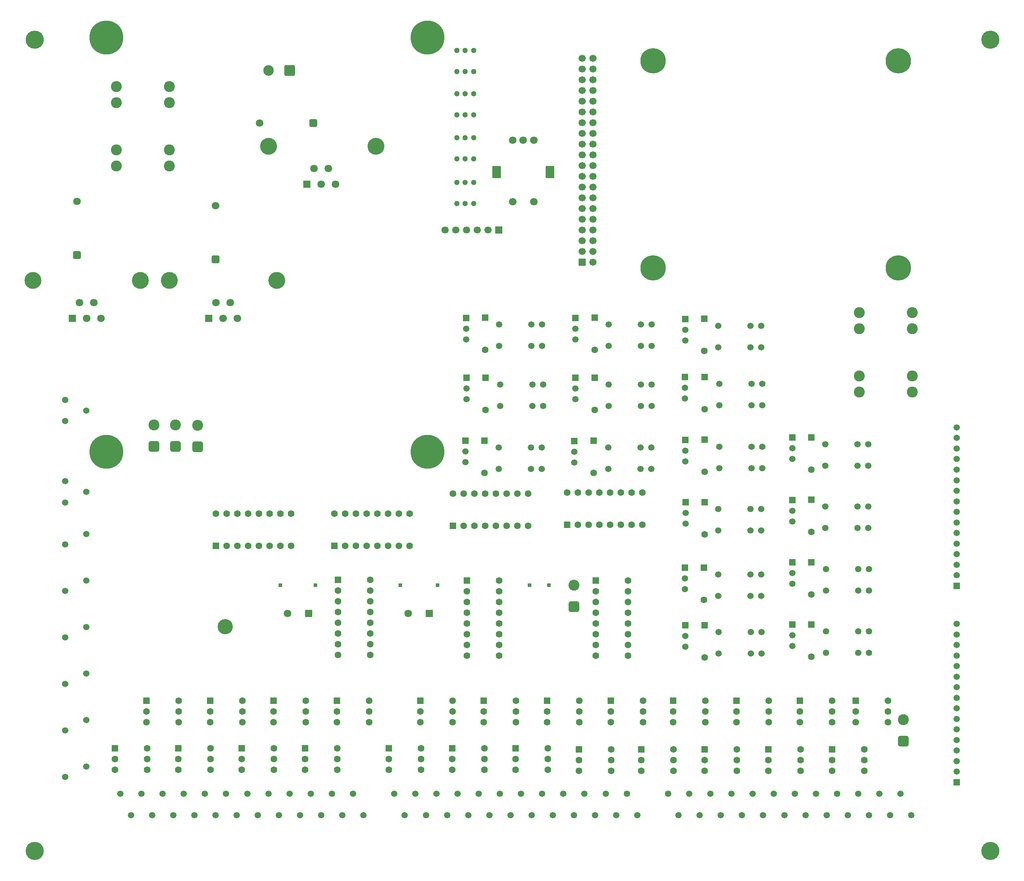
<source format=gbr>
%TF.GenerationSoftware,KiCad,Pcbnew,9.0.6*%
%TF.CreationDate,2025-11-10T19:23:00+01:00*%
%TF.ProjectId,BGA_Steuerung_4layer,4247415f-5374-4657-9565-72756e675f34,rev?*%
%TF.SameCoordinates,Original*%
%TF.FileFunction,Soldermask,Bot*%
%TF.FilePolarity,Negative*%
%FSLAX46Y46*%
G04 Gerber Fmt 4.6, Leading zero omitted, Abs format (unit mm)*
G04 Created by KiCad (PCBNEW 9.0.6) date 2025-11-10 19:23:00*
%MOMM*%
%LPD*%
G01*
G04 APERTURE LIST*
G04 Aperture macros list*
%AMRoundRect*
0 Rectangle with rounded corners*
0 $1 Rounding radius*
0 $2 $3 $4 $5 $6 $7 $8 $9 X,Y pos of 4 corners*
0 Add a 4 corners polygon primitive as box body*
4,1,4,$2,$3,$4,$5,$6,$7,$8,$9,$2,$3,0*
0 Add four circle primitives for the rounded corners*
1,1,$1+$1,$2,$3*
1,1,$1+$1,$4,$5*
1,1,$1+$1,$6,$7*
1,1,$1+$1,$8,$9*
0 Add four rect primitives between the rounded corners*
20,1,$1+$1,$2,$3,$4,$5,0*
20,1,$1+$1,$4,$5,$6,$7,0*
20,1,$1+$1,$6,$7,$8,$9,0*
20,1,$1+$1,$8,$9,$2,$3,0*%
G04 Aperture macros list end*
%ADD10C,1.500000*%
%ADD11R,1.500000X1.500000*%
%ADD12RoundRect,0.250000X-0.550000X-0.550000X0.550000X-0.550000X0.550000X0.550000X-0.550000X0.550000X0*%
%ADD13C,1.600000*%
%ADD14C,4.300000*%
%ADD15R,0.850000X0.850000*%
%ADD16RoundRect,0.250000X0.650000X-0.650000X0.650000X0.650000X-0.650000X0.650000X-0.650000X-0.650000X0*%
%ADD17C,1.800000*%
%ADD18RoundRect,0.650000X0.650000X-0.650000X0.650000X0.650000X-0.650000X0.650000X-0.650000X-0.650000X0*%
%ADD19C,2.600000*%
%ADD20RoundRect,0.250000X-0.550000X0.550000X-0.550000X-0.550000X0.550000X-0.550000X0.550000X0.550000X0*%
%ADD21R,1.800000X1.800000*%
%ADD22C,4.000000*%
%ADD23C,1.498600*%
%ADD24C,3.600000*%
%ADD25RoundRect,0.250000X0.550000X-0.550000X0.550000X0.550000X-0.550000X0.550000X-0.550000X-0.550000X0*%
%ADD26RoundRect,0.250000X0.650000X0.650000X-0.650000X0.650000X-0.650000X-0.650000X0.650000X-0.650000X0*%
%ADD27RoundRect,0.250000X1.000000X1.000000X-1.000000X1.000000X-1.000000X-1.000000X1.000000X-1.000000X0*%
%ADD28C,2.500000*%
%ADD29R,1.700000X1.700000*%
%ADD30C,1.700000*%
%ADD31C,1.300000*%
%ADD32RoundRect,0.200000X-0.800000X-1.250000X0.800000X-1.250000X0.800000X1.250000X-0.800000X1.250000X0*%
%ADD33C,6.000000*%
%ADD34C,8.000000*%
G04 APERTURE END LIST*
D10*
%TO.C,J5*%
X58250000Y-260500000D03*
X60750000Y-265500000D03*
X63250000Y-260500000D03*
X65750000Y-265500000D03*
X68250000Y-260500000D03*
X70750000Y-265500000D03*
X73250000Y-260500000D03*
X75750000Y-265500000D03*
X78250000Y-260500000D03*
X80750000Y-265500000D03*
X83250000Y-260500000D03*
X85750000Y-265500000D03*
X88250000Y-260500000D03*
X90750000Y-265500000D03*
X93250000Y-260500000D03*
X95750000Y-265500000D03*
X98250000Y-260500000D03*
X100750000Y-265500000D03*
X103250000Y-260500000D03*
X105750000Y-265500000D03*
X108250000Y-260500000D03*
X110750000Y-265500000D03*
X113250000Y-260500000D03*
X115750000Y-265500000D03*
%TD*%
%TO.C,Q5*%
X140125000Y-167100557D03*
X140125000Y-164560557D03*
D11*
X140125000Y-162020557D03*
%TD*%
D10*
%TO.C,Q2*%
X191790714Y-166927744D03*
X191790714Y-164387744D03*
D11*
X191790714Y-161847744D03*
%TD*%
D10*
%TO.C,Q13*%
X217130000Y-225500000D03*
X217130000Y-222960000D03*
D11*
X217130000Y-220420000D03*
%TD*%
D12*
%TO.C,U28*%
X71945000Y-249710000D03*
D13*
X71945000Y-252250000D03*
X71945000Y-254790000D03*
X79565000Y-254790000D03*
X79565000Y-252250000D03*
X79565000Y-249710000D03*
%TD*%
D14*
%TO.C,REF\u002A\u002A*%
X38000000Y-274000000D03*
%TD*%
D10*
%TO.C,Q14*%
X191870000Y-225646837D03*
X191870000Y-223106837D03*
D11*
X191870000Y-220566837D03*
%TD*%
D15*
%TO.C,J20*%
X155000000Y-211100000D03*
%TD*%
D16*
%TO.C,D2*%
X80750000Y-134000000D03*
D17*
X80750000Y-121300000D03*
%TD*%
D18*
%TO.C,REF\u002A\u002A*%
X243400000Y-248000000D03*
D19*
X243400000Y-242920000D03*
%TD*%
D12*
%TO.C,U8*%
X211445000Y-249960000D03*
D13*
X211445000Y-252500000D03*
X211445000Y-255040000D03*
X219065000Y-255040000D03*
X219065000Y-252500000D03*
X219065000Y-249960000D03*
%TD*%
D11*
%TO.C,J6*%
X256000000Y-211250000D03*
D10*
X256000000Y-208750000D03*
X256000000Y-206250000D03*
X256000000Y-203750000D03*
X256000000Y-201250000D03*
X256000000Y-198750000D03*
X256000000Y-196250000D03*
X256000000Y-193750000D03*
X256000000Y-191250000D03*
X256000000Y-188750000D03*
X256000000Y-186250000D03*
X256000000Y-183750000D03*
X256000000Y-181250000D03*
X256000000Y-178750000D03*
X256000000Y-176250000D03*
X256000000Y-173750000D03*
%TD*%
D20*
%TO.C,D44*%
X221630000Y-220400000D03*
D13*
X221630000Y-228020000D03*
%TD*%
D10*
%TO.C,Q11*%
X217130000Y-195986326D03*
X217130000Y-193446326D03*
D11*
X217130000Y-190906326D03*
%TD*%
D12*
%TO.C,U9*%
X232130000Y-238460000D03*
D13*
X232130000Y-241000000D03*
X232130000Y-243540000D03*
X239750000Y-243540000D03*
X239750000Y-241000000D03*
X239750000Y-238460000D03*
%TD*%
D12*
%TO.C,U25*%
X94445000Y-238460000D03*
D13*
X94445000Y-241000000D03*
X94445000Y-243540000D03*
X102065000Y-243540000D03*
X102065000Y-241000000D03*
X102065000Y-238460000D03*
%TD*%
D21*
%TO.C,J22*%
X102800000Y-217800000D03*
D17*
X97800000Y-217800000D03*
%TD*%
D22*
%TO.C,HS1*%
X118700000Y-107250000D03*
X93300000Y-107250000D03*
%TD*%
D15*
%TO.C,J19*%
X133220000Y-211100000D03*
%TD*%
D23*
%TO.C,K7*%
X157860000Y-178534441D03*
X155320000Y-178534441D03*
X147700000Y-178534441D03*
X147700000Y-183614441D03*
X155320000Y-183614441D03*
X157860000Y-183614441D03*
%TD*%
D10*
%TO.C,J15*%
X45200000Y-212470000D03*
X50200000Y-210000000D03*
%TD*%
%TO.C,Q15*%
X217130000Y-210743163D03*
X217130000Y-208203163D03*
D11*
X217130000Y-205663163D03*
%TD*%
D12*
%TO.C,U5*%
X170630000Y-209970000D03*
D13*
X170630000Y-212510000D03*
X170630000Y-215050000D03*
X170630000Y-217590000D03*
X170630000Y-220130000D03*
X170630000Y-222670000D03*
X170630000Y-225210000D03*
X170630000Y-227750000D03*
X178250000Y-227750000D03*
X178250000Y-225210000D03*
X178250000Y-222670000D03*
X178250000Y-220130000D03*
X178250000Y-217590000D03*
X178250000Y-215050000D03*
X178250000Y-212510000D03*
X178250000Y-209970000D03*
%TD*%
D12*
%TO.C,U11*%
X196445000Y-249960000D03*
D13*
X196445000Y-252500000D03*
X196445000Y-255040000D03*
X204065000Y-255040000D03*
X204065000Y-252500000D03*
X204065000Y-249960000D03*
%TD*%
D10*
%TO.C,J14*%
X45200000Y-223470000D03*
X50200000Y-221000000D03*
%TD*%
D20*
%TO.C,D36*%
X144625000Y-161960557D03*
D13*
X144625000Y-169580557D03*
%TD*%
D21*
%TO.C,U3*%
X102350000Y-116200000D03*
D17*
X104050000Y-112500000D03*
X105750000Y-116200000D03*
X107450000Y-112500000D03*
X109150000Y-116200000D03*
%TD*%
D24*
%TO.C,REF\u002A\u002A*%
X83000000Y-220900000D03*
%TD*%
D20*
%TO.C,D35*%
X170375000Y-147727581D03*
D13*
X170375000Y-155347581D03*
%TD*%
D23*
%TO.C,K12*%
X209800000Y-193053999D03*
X207260000Y-193053999D03*
X199640000Y-193053999D03*
X199640000Y-198133999D03*
X207260000Y-198133999D03*
X209800000Y-198133999D03*
%TD*%
D15*
%TO.C,J21*%
X159600000Y-211100000D03*
%TD*%
D10*
%TO.C,J13*%
X45200000Y-234470000D03*
X50200000Y-232000000D03*
%TD*%
D12*
%TO.C,U19*%
X136695000Y-249710000D03*
D13*
X136695000Y-252250000D03*
X136695000Y-254790000D03*
X144315000Y-254790000D03*
X144315000Y-252250000D03*
X144315000Y-249710000D03*
%TD*%
D23*
%TO.C,K13*%
X235260000Y-207269813D03*
X232720000Y-207269813D03*
X225100000Y-207269813D03*
X225100000Y-212349813D03*
X232720000Y-212349813D03*
X235260000Y-212349813D03*
%TD*%
D10*
%TO.C,Q9*%
X217130000Y-181229489D03*
X217130000Y-178689489D03*
D11*
X217130000Y-176149489D03*
%TD*%
D20*
%TO.C,D40*%
X221630000Y-176129489D03*
D13*
X221630000Y-183749489D03*
%TD*%
D10*
%TO.C,J16*%
X45200000Y-201470000D03*
X50200000Y-199000000D03*
%TD*%
D23*
%TO.C,K2*%
X209760000Y-149681394D03*
X207220000Y-149681394D03*
X199600000Y-149681394D03*
X199600000Y-154761394D03*
X207220000Y-154761394D03*
X209760000Y-154761394D03*
%TD*%
D12*
%TO.C,U31*%
X109695000Y-209860000D03*
D13*
X109695000Y-212400000D03*
X109695000Y-214940000D03*
X109695000Y-217480000D03*
X109695000Y-220020000D03*
X109695000Y-222560000D03*
X109695000Y-225100000D03*
X109695000Y-227640000D03*
X117315000Y-227640000D03*
X117315000Y-225100000D03*
X117315000Y-222560000D03*
X117315000Y-220020000D03*
X117315000Y-217480000D03*
X117315000Y-214940000D03*
X117315000Y-212400000D03*
X117315000Y-209860000D03*
%TD*%
D15*
%TO.C,J18*%
X124400000Y-211100000D03*
%TD*%
D22*
%TO.C,HS2*%
X62950000Y-139000000D03*
X37550000Y-139000000D03*
%TD*%
D12*
%TO.C,U12*%
X188945000Y-238460000D03*
D13*
X188945000Y-241000000D03*
X188945000Y-243540000D03*
X196565000Y-243540000D03*
X196565000Y-241000000D03*
X196565000Y-238460000D03*
%TD*%
D25*
%TO.C,U33*%
X163860000Y-196805000D03*
D13*
X166400000Y-196805000D03*
X168940000Y-196805000D03*
X171480000Y-196805000D03*
X174020000Y-196805000D03*
X176560000Y-196805000D03*
X179100000Y-196805000D03*
X181640000Y-196805000D03*
X181640000Y-189185000D03*
X179100000Y-189185000D03*
X176560000Y-189185000D03*
X174020000Y-189185000D03*
X171480000Y-189185000D03*
X168940000Y-189185000D03*
X166400000Y-189185000D03*
X163860000Y-189185000D03*
%TD*%
D10*
%TO.C,Q4*%
X165875000Y-152907581D03*
X165875000Y-150367581D03*
D11*
X165875000Y-147827581D03*
%TD*%
D14*
%TO.C,REF\u002A\u002A*%
X264000000Y-274000000D03*
%TD*%
D20*
%TO.C,D33*%
X196400714Y-161827744D03*
D13*
X196400714Y-169447744D03*
%TD*%
D20*
%TO.C,D34*%
X144505000Y-147727581D03*
D13*
X144505000Y-155347581D03*
%TD*%
D23*
%TO.C,K10*%
X210000000Y-178297162D03*
X207460000Y-178297162D03*
X199840000Y-178297162D03*
X199840000Y-183377162D03*
X207460000Y-183377162D03*
X210000000Y-183377162D03*
%TD*%
%TO.C,K9*%
X235100000Y-177756139D03*
X232560000Y-177756139D03*
X224940000Y-177756139D03*
X224940000Y-182836139D03*
X232560000Y-182836139D03*
X235100000Y-182836139D03*
%TD*%
D20*
%TO.C,D37*%
X170375000Y-161960558D03*
D13*
X170375000Y-169580558D03*
%TD*%
D14*
%TO.C,REF\u002A\u002A*%
X38000000Y-82000000D03*
%TD*%
D20*
%TO.C,D46*%
X221630000Y-205643163D03*
D13*
X221630000Y-213263163D03*
%TD*%
D25*
%TO.C,U44*%
X80860000Y-201805000D03*
D13*
X83400000Y-201805000D03*
X85940000Y-201805000D03*
X88480000Y-201805000D03*
X91020000Y-201805000D03*
X93560000Y-201805000D03*
X96100000Y-201805000D03*
X98640000Y-201805000D03*
X98640000Y-194185000D03*
X96100000Y-194185000D03*
X93560000Y-194185000D03*
X91020000Y-194185000D03*
X88480000Y-194185000D03*
X85940000Y-194185000D03*
X83400000Y-194185000D03*
X80860000Y-194185000D03*
%TD*%
D12*
%TO.C,U6*%
X226565000Y-249960000D03*
D13*
X226565000Y-252500000D03*
X226565000Y-255040000D03*
X234185000Y-255040000D03*
X234185000Y-252500000D03*
X234185000Y-249960000D03*
%TD*%
D18*
%TO.C,REF\u002A\u002A*%
X71300000Y-178280000D03*
D19*
X71300000Y-173200000D03*
%TD*%
D16*
%TO.C,D3*%
X48000000Y-132950000D03*
D17*
X48000000Y-120250000D03*
%TD*%
D21*
%TO.C,U2*%
X79145807Y-147900000D03*
D17*
X80845807Y-144200000D03*
X82545807Y-147900000D03*
X84245807Y-144200000D03*
X85945807Y-147900000D03*
%TD*%
D18*
%TO.C,REF\u002A\u002A*%
X165500000Y-216180000D03*
D19*
X165500000Y-211100000D03*
%TD*%
D10*
%TO.C,Q12*%
X191894286Y-196527349D03*
X191894286Y-193987349D03*
D11*
X191894286Y-191447349D03*
%TD*%
D15*
%TO.C,J23*%
X96090000Y-211100000D03*
%TD*%
D20*
%TO.C,D43*%
X196394286Y-191427349D03*
D13*
X196394286Y-199047349D03*
%TD*%
D23*
%TO.C,K3*%
X158000000Y-149354231D03*
X155460000Y-149354231D03*
X147840000Y-149354231D03*
X147840000Y-154434231D03*
X155460000Y-154434231D03*
X158000000Y-154434231D03*
%TD*%
D12*
%TO.C,U18*%
X144195000Y-238460000D03*
D13*
X144195000Y-241000000D03*
X144195000Y-243540000D03*
X151815000Y-243540000D03*
X151815000Y-241000000D03*
X151815000Y-238460000D03*
%TD*%
D20*
%TO.C,D41*%
X196370000Y-176670512D03*
D13*
X196370000Y-184290512D03*
%TD*%
D10*
%TO.C,Q7*%
X139875000Y-182007791D03*
X139875000Y-179467791D03*
D11*
X139875000Y-176927791D03*
%TD*%
D25*
%TO.C,U34*%
X108880000Y-201805000D03*
D13*
X111420000Y-201805000D03*
X113960000Y-201805000D03*
X116500000Y-201805000D03*
X119040000Y-201805000D03*
X121580000Y-201805000D03*
X124120000Y-201805000D03*
X126660000Y-201805000D03*
X126660000Y-194185000D03*
X124120000Y-194185000D03*
X121580000Y-194185000D03*
X119040000Y-194185000D03*
X116500000Y-194185000D03*
X113960000Y-194185000D03*
X111420000Y-194185000D03*
X108880000Y-194185000D03*
%TD*%
D20*
%TO.C,D38*%
X144375000Y-176907791D03*
D13*
X144375000Y-184527791D03*
%TD*%
D12*
%TO.C,U21*%
X121695000Y-249710000D03*
D13*
X121695000Y-252250000D03*
X121695000Y-254790000D03*
X129315000Y-254790000D03*
X129315000Y-252250000D03*
X129315000Y-249710000D03*
%TD*%
D23*
%TO.C,K11*%
X235060000Y-192512976D03*
X232520000Y-192512976D03*
X224900000Y-192512976D03*
X224900000Y-197592976D03*
X232520000Y-197592976D03*
X235060000Y-197592976D03*
%TD*%
%TO.C,K1*%
X210040000Y-163454394D03*
X207500000Y-163454394D03*
X199880000Y-163454394D03*
X199880000Y-168534394D03*
X207500000Y-168534394D03*
X210040000Y-168534394D03*
%TD*%
D10*
%TO.C,Q8*%
X165625000Y-182047790D03*
X165625000Y-179507790D03*
D11*
X165625000Y-176967790D03*
%TD*%
D12*
%TO.C,U14*%
X174195000Y-238460000D03*
D13*
X174195000Y-241000000D03*
X174195000Y-243540000D03*
X181815000Y-243540000D03*
X181815000Y-241000000D03*
X181815000Y-238460000D03*
%TD*%
D12*
%TO.C,U16*%
X159195000Y-238460000D03*
D13*
X159195000Y-241000000D03*
X159195000Y-243540000D03*
X166815000Y-243540000D03*
X166815000Y-241000000D03*
X166815000Y-238460000D03*
%TD*%
D26*
%TO.C,D6*%
X103850000Y-101750000D03*
D17*
X91150000Y-101750000D03*
%TD*%
D10*
%TO.C,J3*%
X187750000Y-260500000D03*
X190250000Y-265500000D03*
X192750000Y-260500000D03*
X195250000Y-265500000D03*
X197750000Y-260500000D03*
X200250000Y-265500000D03*
X202750000Y-260500000D03*
X205250000Y-265500000D03*
X207750000Y-260500000D03*
X210250000Y-265500000D03*
X212750000Y-260500000D03*
X215250000Y-265500000D03*
X217750000Y-260500000D03*
X220250000Y-265500000D03*
X222750000Y-260500000D03*
X225250000Y-265500000D03*
X227750000Y-260500000D03*
X230250000Y-265500000D03*
X232750000Y-260500000D03*
X235250000Y-265500000D03*
X237750000Y-260500000D03*
X240250000Y-265500000D03*
X242750000Y-260500000D03*
X245250000Y-265500000D03*
%TD*%
%TO.C,J11*%
X45200000Y-256470000D03*
X50200000Y-254000000D03*
%TD*%
D12*
%TO.C,U17*%
X151695000Y-249710000D03*
D13*
X151695000Y-252250000D03*
X151695000Y-254790000D03*
X159315000Y-254790000D03*
X159315000Y-252250000D03*
X159315000Y-249710000D03*
%TD*%
D10*
%TO.C,Q16*%
X191752625Y-212034186D03*
X191752625Y-209494186D03*
D11*
X191752625Y-206954186D03*
%TD*%
D12*
%TO.C,U22*%
X140162500Y-209970000D03*
D13*
X140162500Y-212510000D03*
X140162500Y-215050000D03*
X140162500Y-217590000D03*
X140162500Y-220130000D03*
X140162500Y-222670000D03*
X140162500Y-225210000D03*
X140162500Y-227750000D03*
X147782500Y-227750000D03*
X147782500Y-225210000D03*
X147782500Y-222670000D03*
X147782500Y-220130000D03*
X147782500Y-217590000D03*
X147782500Y-215050000D03*
X147782500Y-212510000D03*
X147782500Y-209970000D03*
%TD*%
D27*
%TO.C,J2*%
X98250000Y-89250000D03*
D28*
X93250000Y-89250000D03*
%TD*%
D21*
%TO.C,J17*%
X131283750Y-217800000D03*
D17*
X126283750Y-217800000D03*
%TD*%
D23*
%TO.C,K14*%
X209760000Y-208560836D03*
X207220000Y-208560836D03*
X199600000Y-208560836D03*
X199600000Y-213640836D03*
X207220000Y-213640836D03*
X209760000Y-213640836D03*
%TD*%
D20*
%TO.C,D47*%
X196252625Y-206934186D03*
D13*
X196252625Y-214554186D03*
%TD*%
D20*
%TO.C,D32*%
X196316786Y-148054744D03*
D13*
X196316786Y-155674744D03*
%TD*%
D23*
%TO.C,K5*%
X158229700Y-163587207D03*
X155689700Y-163587207D03*
X148069700Y-163587207D03*
X148069700Y-168667207D03*
X155689700Y-168667207D03*
X158229700Y-168667207D03*
%TD*%
D20*
%TO.C,D42*%
X221630000Y-190886326D03*
D13*
X221630000Y-198506326D03*
%TD*%
D12*
%TO.C,U20*%
X129195000Y-238460000D03*
D13*
X129195000Y-241000000D03*
X129195000Y-243540000D03*
X136815000Y-243540000D03*
X136815000Y-241000000D03*
X136815000Y-238460000D03*
%TD*%
D15*
%TO.C,J24*%
X104410000Y-211100000D03*
%TD*%
D20*
%TO.C,D39*%
X170125000Y-176907790D03*
D13*
X170125000Y-184527790D03*
%TD*%
D12*
%TO.C,U29*%
X64445000Y-238460000D03*
D13*
X64445000Y-241000000D03*
X64445000Y-243540000D03*
X72065000Y-243540000D03*
X72065000Y-241000000D03*
X72065000Y-238460000D03*
%TD*%
D10*
%TO.C,Q6*%
X165875000Y-167100558D03*
X165875000Y-164560558D03*
D11*
X165875000Y-162020558D03*
%TD*%
D12*
%TO.C,U15*%
X166695000Y-249960000D03*
D13*
X166695000Y-252500000D03*
X166695000Y-255040000D03*
X174315000Y-255040000D03*
X174315000Y-252500000D03*
X174315000Y-249960000D03*
%TD*%
D18*
%TO.C,REF\u002A\u002A*%
X66200000Y-178280000D03*
D19*
X66200000Y-173200000D03*
%TD*%
D18*
%TO.C,REF\u002A\u002A*%
X76500000Y-178300000D03*
D19*
X76500000Y-173220000D03*
%TD*%
D12*
%TO.C,U23*%
X109445000Y-238460000D03*
D13*
X109445000Y-241000000D03*
X109445000Y-243540000D03*
X117065000Y-243540000D03*
X117065000Y-241000000D03*
X117065000Y-238460000D03*
%TD*%
D10*
%TO.C,Q1*%
X191816786Y-153194744D03*
X191816786Y-150654744D03*
D11*
X191816786Y-148114744D03*
%TD*%
D12*
%TO.C,U7*%
X218945000Y-238460000D03*
D13*
X218945000Y-241000000D03*
X218945000Y-243540000D03*
X226565000Y-243540000D03*
X226565000Y-241000000D03*
X226565000Y-238460000D03*
%TD*%
D10*
%TO.C,J10*%
X45200000Y-167250000D03*
X50200000Y-169750000D03*
X45200000Y-172250000D03*
%TD*%
%TO.C,J4*%
X123000000Y-260500000D03*
X125500000Y-265500000D03*
X128000000Y-260500000D03*
X130500000Y-265500000D03*
X133000000Y-260500000D03*
X135500000Y-265500000D03*
X138000000Y-260500000D03*
X140500000Y-265500000D03*
X143000000Y-260500000D03*
X145500000Y-265500000D03*
X148000000Y-260500000D03*
X150500000Y-265500000D03*
X153000000Y-260500000D03*
X155500000Y-265500000D03*
X158000000Y-260500000D03*
X160500000Y-265500000D03*
X163000000Y-260500000D03*
X165500000Y-265500000D03*
X168000000Y-260500000D03*
X170500000Y-265500000D03*
X173000000Y-260500000D03*
X175500000Y-265500000D03*
X178000000Y-260500000D03*
X180500000Y-265500000D03*
%TD*%
D12*
%TO.C,U30*%
X56945000Y-249710000D03*
D13*
X56945000Y-252250000D03*
X56945000Y-254790000D03*
X64565000Y-254790000D03*
X64565000Y-252250000D03*
X64565000Y-249710000D03*
%TD*%
D10*
%TO.C,Q3*%
X140005000Y-152907581D03*
X140005000Y-150367581D03*
D11*
X140005000Y-147827581D03*
%TD*%
D12*
%TO.C,U27*%
X79445000Y-238460000D03*
D13*
X79445000Y-241000000D03*
X79445000Y-243540000D03*
X87065000Y-243540000D03*
X87065000Y-241000000D03*
X87065000Y-238460000D03*
%TD*%
D20*
%TO.C,D45*%
X196370000Y-220546837D03*
D13*
X196370000Y-228166837D03*
%TD*%
D23*
%TO.C,K6*%
X183860000Y-163587208D03*
X181320000Y-163587208D03*
X173700000Y-163587208D03*
X173700000Y-168667208D03*
X181320000Y-168667208D03*
X183860000Y-168667208D03*
%TD*%
D10*
%TO.C,J9*%
X45200000Y-186500000D03*
X50200000Y-189000000D03*
X45200000Y-191500000D03*
%TD*%
D12*
%TO.C,U24*%
X101945000Y-249710000D03*
D13*
X101945000Y-252250000D03*
X101945000Y-254790000D03*
X109565000Y-254790000D03*
X109565000Y-252250000D03*
X109565000Y-249710000D03*
%TD*%
D12*
%TO.C,U10*%
X203945000Y-238460000D03*
D13*
X203945000Y-241000000D03*
X203945000Y-243540000D03*
X211565000Y-243540000D03*
X211565000Y-241000000D03*
X211565000Y-238460000D03*
%TD*%
D22*
%TO.C,HS3*%
X95245807Y-138950000D03*
X69845807Y-138950000D03*
%TD*%
D19*
%TO.C,J1*%
X69800000Y-93100000D03*
X57300000Y-93100000D03*
X69800000Y-96900000D03*
X57300000Y-96900000D03*
X69800000Y-108100000D03*
X57300000Y-108100000D03*
X69800000Y-111900000D03*
X57300000Y-111900000D03*
%TD*%
D12*
%TO.C,U26*%
X86945000Y-249710000D03*
D13*
X86945000Y-252250000D03*
X86945000Y-254790000D03*
X94565000Y-254790000D03*
X94565000Y-252250000D03*
X94565000Y-249710000D03*
%TD*%
D19*
%TO.C,J8*%
X233000000Y-165400000D03*
X245500000Y-165400000D03*
X233000000Y-161600000D03*
X245500000Y-161600000D03*
X233000000Y-150400000D03*
X245500000Y-150400000D03*
X233000000Y-146600000D03*
X245500000Y-146600000D03*
%TD*%
D25*
%TO.C,U32*%
X136900000Y-197065000D03*
D13*
X139440000Y-197065000D03*
X141980000Y-197065000D03*
X144520000Y-197065000D03*
X147060000Y-197065000D03*
X149600000Y-197065000D03*
X152140000Y-197065000D03*
X154680000Y-197065000D03*
X154680000Y-189445000D03*
X152140000Y-189445000D03*
X149600000Y-189445000D03*
X147060000Y-189445000D03*
X144520000Y-189445000D03*
X141980000Y-189445000D03*
X139440000Y-189445000D03*
X136900000Y-189445000D03*
%TD*%
D12*
%TO.C,U13*%
X181445000Y-249960000D03*
D13*
X181445000Y-252500000D03*
X181445000Y-255040000D03*
X189065000Y-255040000D03*
X189065000Y-252500000D03*
X189065000Y-249960000D03*
%TD*%
D29*
%TO.C,J25*%
X147745000Y-127000000D03*
D30*
X145205000Y-127000000D03*
X142665000Y-127000000D03*
X140125000Y-127000000D03*
X137585000Y-127000000D03*
X135045000Y-127000000D03*
%TD*%
D21*
%TO.C,U1*%
X46850000Y-147950000D03*
D17*
X48550000Y-144250000D03*
X50250000Y-147950000D03*
X51950000Y-144250000D03*
X53650000Y-147950000D03*
%TD*%
D23*
%TO.C,K16*%
X209900000Y-222173487D03*
X207360000Y-222173487D03*
X199740000Y-222173487D03*
X199740000Y-227253487D03*
X207360000Y-227253487D03*
X209900000Y-227253487D03*
%TD*%
D14*
%TO.C,REF\u002A\u002A*%
X264000000Y-82000000D03*
%TD*%
D10*
%TO.C,Q10*%
X191870000Y-181770512D03*
X191870000Y-179230512D03*
D11*
X191870000Y-176690512D03*
%TD*%
D23*
%TO.C,K15*%
X235260000Y-222026650D03*
X232720000Y-222026650D03*
X225100000Y-222026650D03*
X225100000Y-227106650D03*
X232720000Y-227106650D03*
X235260000Y-227106650D03*
%TD*%
D10*
%TO.C,J12*%
X45200000Y-245470000D03*
X50200000Y-243000000D03*
%TD*%
D11*
%TO.C,J7*%
X256000000Y-257750000D03*
D10*
X256000000Y-255250000D03*
X256000000Y-252750000D03*
X256000000Y-250250000D03*
X256000000Y-247750000D03*
X256000000Y-245250000D03*
X256000000Y-242750000D03*
X256000000Y-240250000D03*
X256000000Y-237750000D03*
X256000000Y-235250000D03*
X256000000Y-232750000D03*
X256000000Y-230250000D03*
X256000000Y-227750000D03*
X256000000Y-225250000D03*
X256000000Y-222750000D03*
X256000000Y-220250000D03*
%TD*%
D23*
%TO.C,K8*%
X183800000Y-178534440D03*
X181260000Y-178534440D03*
X173640000Y-178534440D03*
X173640000Y-183614440D03*
X181260000Y-183614440D03*
X183800000Y-183614440D03*
%TD*%
%TO.C,K4*%
X183840000Y-149354231D03*
X181300000Y-149354231D03*
X173680000Y-149354231D03*
X173680000Y-154434231D03*
X181300000Y-154434231D03*
X183840000Y-154434231D03*
%TD*%
D31*
%TO.C,SW5*%
X137800000Y-84500000D03*
X139800000Y-84500000D03*
X141800000Y-84500000D03*
X137800000Y-89500000D03*
X139800000Y-89500000D03*
X141800000Y-89500000D03*
%TD*%
%TO.C,SW2*%
X137800000Y-115800000D03*
X139800000Y-115800000D03*
X141800000Y-115800000D03*
X137800000Y-120800000D03*
X139800000Y-120800000D03*
X141800000Y-120800000D03*
%TD*%
%TO.C,SW3*%
X137800000Y-105200000D03*
X139800000Y-105200000D03*
X141800000Y-105200000D03*
X137800000Y-110200000D03*
X139800000Y-110200000D03*
X141800000Y-110200000D03*
%TD*%
%TO.C,SW4*%
X137800000Y-94800000D03*
X139800000Y-94800000D03*
X141800000Y-94800000D03*
X137800000Y-99800000D03*
X139800000Y-99800000D03*
X141800000Y-99800000D03*
%TD*%
D32*
%TO.C,SW1*%
X147200000Y-113300000D03*
X159800000Y-113300000D03*
D17*
X151000000Y-105800000D03*
X156000000Y-105800000D03*
X153500000Y-105800000D03*
X151000000Y-120300000D03*
X156000000Y-120300000D03*
%TD*%
D33*
%TO.C,RP*%
X184250000Y-136000000D03*
X242250000Y-136000000D03*
X184250000Y-87000000D03*
X242250000Y-87000000D03*
%TD*%
D29*
%TO.C,U4*%
X167460000Y-134620000D03*
D30*
X170000000Y-134620000D03*
X167460000Y-132080000D03*
X170000000Y-132080000D03*
X167460000Y-129540000D03*
X170000000Y-129540000D03*
X167460000Y-127000000D03*
X170000000Y-127000000D03*
X167460000Y-124460000D03*
X170000000Y-124460000D03*
X167460000Y-121920000D03*
X170000000Y-121920000D03*
X167460000Y-119380000D03*
X170000000Y-119380000D03*
X167460000Y-116840000D03*
X170000000Y-116840000D03*
X167460000Y-114300000D03*
X170000000Y-114300000D03*
X167460000Y-111760000D03*
X170000000Y-111760000D03*
X167460000Y-109220000D03*
X170000000Y-109220000D03*
X167460000Y-106680000D03*
X170000000Y-106680000D03*
X167460000Y-104140000D03*
X170000000Y-104140000D03*
X167460000Y-101600000D03*
X170000000Y-101600000D03*
X167460000Y-99060000D03*
X170000000Y-99060000D03*
X167460000Y-96520000D03*
X170000000Y-96520000D03*
X167460000Y-93980000D03*
X170000000Y-93980000D03*
X167460000Y-91440000D03*
X170000000Y-91440000D03*
X167460000Y-88900000D03*
X170000000Y-88900000D03*
X167460000Y-86360000D03*
X170000000Y-86360000D03*
%TD*%
D34*
%TO.C,DP*%
X54900000Y-179500000D03*
X130900000Y-179500000D03*
X54900000Y-81500000D03*
X130900000Y-81500000D03*
%TD*%
M02*

</source>
